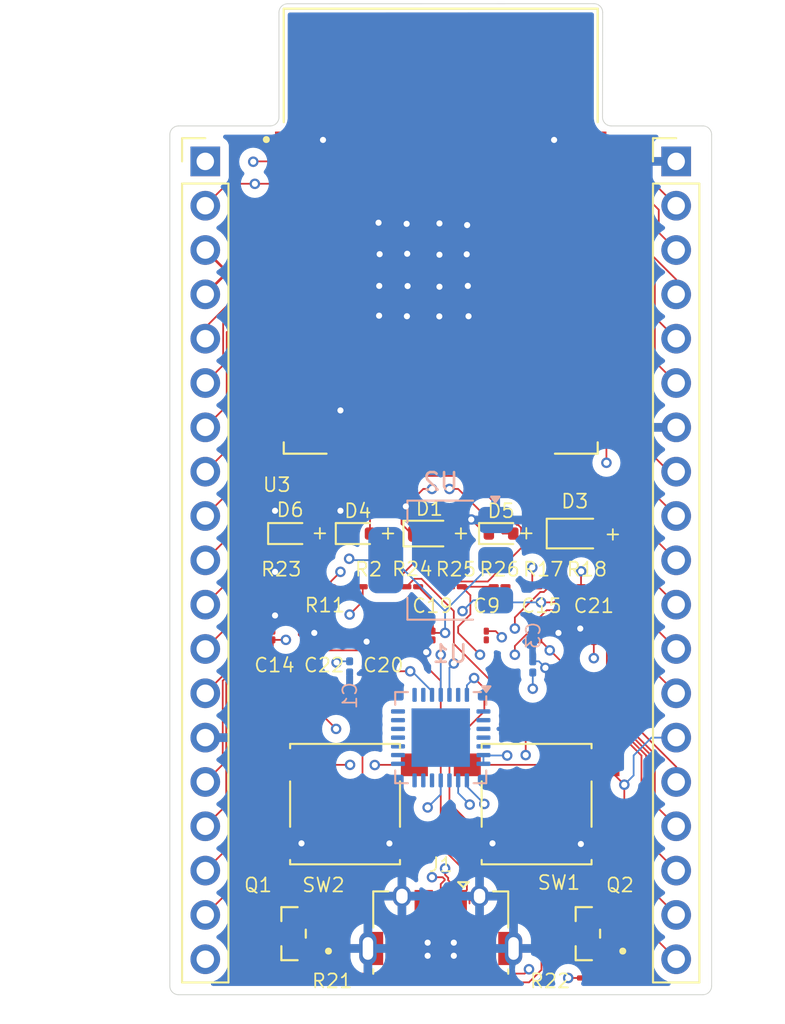
<source format=kicad_pcb>
(kicad_pcb (version 20240108) (generator "pcbnew") (generator_version "8.0")
  (title_block (title "${PROJECT_NAME}") (date "2024-09-11") (rev "1") (company "AllOkay Solutions"))
  (layers (0 "F.Cu" signal) (1 "In1.Cu" signal) (2 "In2.Cu" signal) (31 "B.Cu" signal) (34 "B.Paste" user) (35 "F.Paste" user) (36 "B.SilkS" user "B.Silkscreen") (37 "F.SilkS" user "F.Silkscreen") (38 "B.Mask" user) (39 "F.Mask" user) (44 "Edge.Cuts" user))
  (property "BOARD_VERSION" "0")
  (property "PROJECT_NAME" "ESP32 Clone DevKit")
  (net 0 "")
  (net 1 "EXT_5V")
  (net 2 "GND")
  (net 3 "VDD33")
  (net 4 "Net-(C9-Pad1)")
  (net 5 "/EN")
  (net 6 "/IO0")
  (net 7 "Net-(D1-A)")
  (net 8 "VBUS")
  (net 9 "/USB_DN")
  (net 10 "/USB_DP")
  (net 12 "/IO32")
  (net 13 "/IO34")
  (net 14 "/IO12")
  (net 15 "/IO14")
  (net 16 "/SENSOR_VN")
  (net 17 "/SD3")
  (net 18 "/IO26")
  (net 19 "/CMD")
  (net 20 "/IO33")
  (net 21 "/SENSOR_VP")
  (net 22 "/IO35")
  (net 23 "/IO13")
  (net 24 "/SD2")
  (net 25 "/IO27")
  (net 26 "/IO25")
  (net 27 "/IO21")
  (net 28 "/IO17")
  (net 29 "/SD0")
  (net 30 "/IO18")
  (net 31 "/SD1")
  (net 32 "/RXD0")
  (net 33 "/IO22")
  (net 34 "/IO19")
  (net 35 "/CLK")
  (net 36 "/TXD0")
  (net 37 "/IO15")
  (net 38 "/IO2")
  (net 39 "/IO4")
  (net 40 "/IO5")
  (net 41 "/IO16")
  (net 42 "/IO23")
  (net 43 "/RTS")
  (net 44 "Net-(Q1-Pad1)")
  (net 45 "/DTR")
  (net 46 "Net-(Q2-Pad1)")
  (net 47 "/RXD")
  (net 48 "/TXD")
  (net 49 "/ACTIVE")
  (net 50 "Net-(U1-~{RST})")
  (net 51 "Net-(U1-VBUS)")
  (footprint "Capacitor_SMD:C_01005_0402Metric" (layer "F.Cu") (at 123.931364 91.318 -90)
    (property "Reference" "C22")
    (property "Value" "0.1u/50V(10%)")
  )
  (footprint "Resistor_SMD:R_01005_0402Metric_Pad0.57x0.30mm_HandSolder" (layer "F.Cu") (at 128.867142 88.524 180)
    (property "Reference" "R24")
    (property "Value" "2K(5%)")
  )
  (footprint "Resistor_SMD:R_01005_0402Metric_Pad0.57x0.30mm_HandSolder" (layer "F.Cu") (at 136.378284 88.524)
    (property "Reference" "R17")
    (property "Value" "0R(5%)")
  )
  (footprint "LED_SMD:LED_0603_1608Metric" (layer "F.Cu") (at 129.8485 85.476)
    (property "Reference" "D1")
    (property "Value" "RED LED")
  )
  (footprint "Resistor_SMD:R_01005_0402Metric_Pad0.57x0.30mm_HandSolder" (layer "F.Cu") (at 122.059897 110.943 180)
    (property "Reference" "R21")
    (property "Value" "10K(5%)")
  )
  (footprint "Capacitor_SMD:C_01005_0402Metric" (layer "F.Cu") (at 136.172116 91.318 -90)
    (property "Reference" "C15")
    (property "Value" "0.1uF/50V(10%)(NC)")
  )
  (footprint "Resistor_SMD:R_01005_0402Metric_Pad0.57x0.30mm_HandSolder" (layer "F.Cu") (at 138.937 110.943)
    (property "Reference" "R22")
    (property "Value" "10K(5%)")
  )
  (footprint "Resistor_SMD:R_01005_0402Metric_Pad0.57x0.30mm_HandSolder" (layer "F.Cu") (at 123.859714 88.524)
    (property "Reference" "R11")
    (property "Value" "10K(5%)")
  )
  (footprint "#download:USB_Micro-AB_Molex_47590-0001" (layer "F.Cu") (at 130.5 109.252)
    (property "Reference" "J1")
    (property "Value" "USB CON8")
  )
  (footprint "Resistor_SMD:R_01005_0402Metric_Pad0.57x0.30mm_HandSolder" (layer "F.Cu") (at 133.87457 88.524)
    (property "Reference" "R26")
    (property "Value" "47.5K(5%)")
  )
  (footprint "Diode_SMD:D_SOD-323" (layer "F.Cu") (at 138.188 85.476)
    (property "Reference" "D3")
    (property "Value" "BAT760-7")
  )
  (footprint "Capacitor_SMD:C_01005_0402Metric" (layer "F.Cu") (at 133.111928 91.318 -90)
    (property "Reference" "C9")
    (property "Value" "0.1u/50V(10%)")
  )
  (footprint "#download:TRANS_MMSS8050-H-TP" (layer "F.Cu") (at 122.063 108.403 180)
    (property "Reference" "Q1")
    (property "Value" "MMSS8050-H-TP")
  )
  (footprint "Connector_PinHeader_2.54mm:PinHeader_1x19_P2.54mm_Vertical" (layer "F.Cu") (at 117 64.15)
    (property "Reference" "J2" (hide yes))
    (property "Value" "Conn_01x19_Pin")
  )
  (footprint "Resistor_SMD:R_01005_0402Metric_Pad0.57x0.30mm_HandSolder" (layer "F.Cu") (at 121.356 88.524)
    (property "Reference" "R23")
    (property "Value" "10K(5%)(NC)")
  )
  (footprint "#download:TRANS_MMSS8050-H-TP" (layer "F.Cu") (at 138.937 108.403 180)
    (property "Reference" "Q2")
    (property "Value" "MMSS8050-H-TP")
  )
  (footprint "Capacitor_SMD:C_01005_0402Metric" (layer "F.Cu") (at 126.991552 91.318 -90)
    (property "Reference" "C20")
    (property "Value" "4.7uF/6.3V(10%)")
  )
  (footprint "Resistor_SMD:R_01005_0402Metric_Pad0.57x0.30mm_HandSolder" (layer "F.Cu") (at 131.370856 88.524)
    (property "Reference" "R25")
    (property "Value" "22.1K(5%)")
  )
  (footprint "Diode_SMD:D_SOD-523" (layer "F.Cu") (at 133.95825 85.476)
    (property "Reference" "D5")
    (property "Value" "LESD5D5.0CT1G")
  )
  (footprint "#download:MODULE_ESP32-WROOM-32D" (layer "F.Cu") (at 130.5 68.15)
    (property "Reference" "U3")
    (property "Value" "ESP32-WROOM-32D")
  )
  (footprint "Resistor_SMD:R_01005_0402Metric_Pad0.57x0.30mm_HandSolder" (layer "F.Cu") (at 126.363428 88.524)
    (property "Reference" "R2")
    (property "Value" "2K(5%)")
  )
  (footprint "Diode_SMD:D_SOD-523" (layer "F.Cu") (at 121.864 85.476)
    (property "Reference" "D6")
    (property "Value" "LESD5D5.0CT1G")
  )
  (footprint "Diode_SMD:D_SOD-523" (layer "F.Cu") (at 125.74375 85.476)
    (property "Reference" "D4")
    (property "Value" "LESD5D5.0CT1G")
  )
  (footprint "#download:SW_SPST_B3S-1000" (layer "F.Cu") (at 125.014333 100.98 180)
    (property "Reference" "SW2")
    (property "Value" "SW_Push")
  )
  (footprint "Capacitor_SMD:C_0201_0603Metric" (layer "F.Cu") (at 139.282306 91.318 90)
    (property "Reference" "C21")
    (property "Value" "22u/10V(20%)")
  )
  (footprint "Capacitor_SMD:C_01005_0402Metric" (layer "F.Cu") (at 120.871176 91.318 -90)
    (property "Reference" "C14")
    (property "Value" "0.1uF/50V(10%)")
  )
  (footprint "Resistor_SMD:R_01005_0402Metric_Pad0.57x0.30mm_HandSolder" (layer "F.Cu") (at 138.882 88.524)
    (property "Reference" "R18")
    (property "Value" "0R(5%)")
  )
  (footprint "Capacitor_SMD:C_01005_0402Metric" (layer "F.Cu") (at 130.05174 91.318 -90)
    (property "Reference" "C19")
    (property "Value" "0.1uF/50V(10%)")
  )
  (footprint "Connector_PinHeader_2.54mm:PinHeader_1x19_P2.54mm_Vertical" (layer "F.Cu") (at 144 64.15)
    (property "Reference" "J3" (hide yes))
    (property "Value" "Conn_01x19_Pin")
  )
  (footprint "#download:SW_SPST_B3S-1000" (layer "F.Cu") (at 135.997556 100.98 180)
    (property "Reference" "SW1")
    (property "Value" "SW_Push")
  )
  (footprint "Package_TO_SOT_SMD:SOT-223-3_TabPin2" (layer "B.Cu") (at 130.5 87 180)
    (property "Reference" "U2")
    (property "Value" "AMS1117-3.3")
  )
  (footprint "Package_DFN_QFN:QFN-28-1EP_5x5mm_P0.5mm_EP3.35x3.35mm" (layer "B.Cu") (at 130.5 97.17 180)
    (property "Reference" "U1")
    (property "Value" "CP2102N-A01-GQFN28")
  )
  (footprint "Capacitor_SMD:C_0201_0603Metric" (layer "B.Cu") (at 135.776393 93.117267 90)
    (property "Reference" "C3")
    (property "Value" "22nF/10V(20%)")
  )
  (footprint "Capacitor_SMD:C_0201_0603Metric" (layer "B.Cu") (at 125.276393 93.117267 -90)
    (property "Reference" "C1")
    (property "Value" "22nF/10V(20%)")
  )
  (gr_arc (start 140.276393 62.117267) (mid 139.92284 61.97082) (end 139.776393 61.617267) (stroke (width 0.05)) (layer "Edge.Cuts"))
  (gr_arc (start 139.284542 55.111833) (mid 139.638095 55.25828) (end 139.784542 55.611833) (stroke (width 0.05)) (layer "Edge.Cuts"))
  (gr_line (start 121.224779 61.617267) (end 121.224779 55.617267) (stroke (width 0.05)) (layer "Edge.Cuts"))
  (gr_arc (start 121.224779 61.617267) (mid 121.078332 61.97082) (end 120.724779 62.117267) (stroke (width 0.05)) (layer "Edge.Cuts"))
  (gr_line (start 114.968 62.618) (end 114.968 111.402) (stroke (width 0.05)) (layer "Edge.Cuts"))
  (gr_line (start 139.776393 61.617267) (end 139.784542 55.611833) (stroke (width 0.05)) (layer "Edge.Cuts"))
  (gr_arc (start 145.532 62.118) (mid 145.885553 62.264447) (end 146.032 62.618) (stroke (width 0.05)) (layer "Edge.Cuts"))
  (gr_arc (start 121.224779 55.617267) (mid 121.371226 55.263714) (end 121.724779 55.117267) (stroke (width 0.05)) (layer "Edge.Cuts"))
  (gr_line (start 121.724779 55.117267) (end 139.284542 55.111833) (stroke (width 0.05)) (layer "Edge.Cuts"))
  (gr_line (start 145.532 62.118) (end 140.276393 62.117267) (stroke (width 0.05)) (layer "Edge.Cuts"))
  (gr_line (start 120.724779 62.117267) (end 115.468 62.118) (stroke (width 0.05)) (layer "Edge.Cuts"))
  (gr_arc (start 115.468 111.902) (mid 115.114447 111.755553) (end 114.968 111.402) (stroke (width 0.05)) (layer "Edge.Cuts"))
  (gr_line (start 146.032 111.402) (end 146.032 62.618) (stroke (width 0.05)) (layer "Edge.Cuts"))
  (gr_arc (start 114.968 62.618) (mid 115.114447 62.264447) (end 115.468 62.118) (stroke (width 0.05)) (layer "Edge.Cuts"))
  (gr_arc (start 146.032 111.402) (mid 145.885553 111.755553) (end 145.532 111.902) (stroke (width 0.05)) (layer "Edge.Cuts"))
  (gr_line (start 145.532 111.902) (end 115.468 111.902) (stroke (width 0.05)) (layer "Edge.Cuts"))
  (gr_text "+" (at 134.846788 85.870375 0) (layer "F.SilkS") (effects (font (size 0.8 0.8) (thickness 0.1)) (justify left bottom)))
  (gr_text "+" (at 139.806848 85.934553 0) (layer "F.SilkS") (effects (font (size 0.8 0.8) (thickness 0.1)) (justify left bottom)))
  (gr_text "+" (at 123.010489 85.870375 0) (layer "F.SilkS") (effects (font (size 0.8 0.8) (thickness 0.1)) (justify left bottom)))
  (gr_text "+" (at 131.096946 85.879543 0) (layer "F.SilkS") (effects (font (size 0.8 0.8) (thickness 0.1)) (justify left bottom)))
  (gr_text "+" (at 126.916192 85.879543 0) (layer "F.SilkS") (effects (font (size 0.8 0.8) (thickness 0.1)) (justify left bottom)))
  (segment (start 137 89.42) (end 137.5 88.92) (width 0.1) (layer "F.Cu") (net 1))
  (segment (start 137.5 88.92) (end 137.5 85.838) (width 0.1) (layer "F.Cu") (net 1))
  (segment (start 125.276393 90.117267) (end 126.025928 89.367732) (width 0.1) (layer "F.Cu") (net 1))
  (segment (start 126.025928 89.367732) (end 126.025928 88.524) (width 0.1) (layer "F.Cu") (net 1))
  (segment (start 137.5 85.838) (end 137.138 85.476) (width 0.1) (layer "F.Cu") (net 1))
  (segment (start 136.25 89.42) (end 137 89.42) (width 0.1) (layer "F.Cu") (net 1))
  (via (at 124.526393 92.867267) (size 0.6) (drill 0.35) (layers "F.Cu" "B.Cu") (net 1))
  (via (at 136.25 89.42) (size 0.6) (drill 0.35) (layers "F.Cu" "B.Cu") (net 1))
  (via (at 125.276393 90.117267) (size 0.6) (drill 0.35) (layers "F.Cu" "B.Cu") (net 1))
  (via (at 131.75 89.92) (size 0.6) (drill 0.35) (layers "F.Cu" "B.Cu") (net 1))
  (segment (start 132.37 89.3) (end 133.65 89.3) (width 0.1) (layer "B.Cu") (net 1))
  (segment (start 125.276393 92.797267) (end 124.596393 92.797267) (width 0.1) (layer "B.Cu") (net 1))
  (segment (start 131.75 89.92) (end 132.37 89.3) (width 0.1) (layer "B.Cu") (net 1))
  (segment (start 133.77 89.42) (end 133.65 89.3) (width 0.1) (layer "B.Cu") (net 1))
  (segment (start 136.25 89.42) (end 133.77 89.42) (width 0.1) (layer "B.Cu") (net 1))
  (segment (start 124.596393 92.797267) (end 124.526393 92.867267) (width 0.1) (layer "B.Cu") (net 1))
  (segment (start 138.81 103.23) (end 139.972556 103.23) (width 0.1) (layer "F.Cu") (net 2))
  (segment (start 133.4681 103.228602) (end 133.191398 103.228602) (width 0.1) (layer "F.Cu") (net 2))
  (segment (start 128.463312 73.023312) (end 127.665 72.225) (width 0.1) (layer "F.Cu") (net 2))
  (segment (start 132.25 84.67) (end 133.056 85.476) (width 0.1) (layer "F.Cu") (net 2))
  (segment (start 132.093893 72.983893) (end 131.335 72.225) (width 0.1) (layer "F.Cu") (net 2))
  (segment (start 128.56102 73.023312) (end 128.701688 73.023312) (width 0.1) (layer "F.Cu") (net 2))
  (segment (start 130.392363 71.332637) (end 129.5 72.225) (width 0.1) (layer "F.Cu") (net 2))
  (segment (start 130.427142 71.297858) (end 131.335 70.39) (width 0.1) (layer "F.Cu") (net 2))
  (segment (start 130.350935 67.704065) (end 129.5 68.555) (width 0.1) (layer "F.Cu") (net 2))
  (segment (start 132.093893 73.023312) (end 132.093893 72.983893) (width 0.1) (layer "F.Cu") (net 2))
  (segment (start 128.54507 67.72799) (end 128.49201 67.72799) (width 0.1) (layer "F.Cu") (net 2))
  (segment (start 122.190927 103.229073) (end 122.19 103.23) (width 0.1) (layer "F.Cu") (net 2))
  (segment (start 129.666258 91.953482) (end 130.05174 91.568) (width 0.1) (layer "F.Cu") (net 2))
  (segment (start 139.204306 90.92) (end 139.282306 90.998) (width 0.1) (layer "F.Cu") (net 2))
  (segment (start 132.014144 67.875856) (end 131.335 68.555) (width 0.1) (layer "F.Cu") (net 2))
  (segment (start 133.191398 103.228602) (end 133.19 103.23) (width 0.1) (layer "F.Cu") (net 2))
  (segment (start 132.054018 71.284788) (end 132.054018 71.109018) (width 0.1) (layer "F.Cu") (net 2))
  (segment (start 121.164 84.334) (end 121 84.17) (width 0.1) (layer "F.Cu") (net 2))
  (segment (start 128.57697 69.44259) (end 128.61241 69.44259) (width 0.1) (layer "F.Cu") (net 2))
  (segment (start 125.04375 85.476) (end 125.04375 84.46375) (width 0.1) (layer "F.Cu") (net 2))
  (segment (start 123.648 91.568) (end 123.931364 91.568) (width 0.1) (layer "F.Cu") (net 2))
  (segment (start 122.19 103.23) (end 121.039333 103.23) (width 0.1) (layer "F.Cu") (net 2))
  (segment (start 130.427142 69.482142) (end 129.5 68.555) (width 0.1) (layer "F.Cu") (net 2))
  (segment (start 128.600894 71.292762) (end 128.597238 71.292762) (width 0.1) (layer "F.Cu") (net 2))
  (segment (start 126.352 91.568) (end 126.25 91.67) (width 0.1) (layer "F.Cu") (net 2))
  (segment (start 130.419167 73.031287) (end 130.306287 73.031287) (width 0.1) (layer "F.Cu") (net 2))
  (segment (start 133.19 103.23) (end 132.022556 103.23) (width 0.1) (layer "F.Cu") (net 2))
  (segment (start 130.427142 69.462858) (end 131.335 68.555) (width 0.1) (layer "F.Cu") (net 2))
  (segment (start 128.600894 71.325894) (end 129.5 72.225) (width 0.1) (layer "F.Cu") (net 2))
  (segment (start 132.418 106.252) (end 132.15 106.52) (width 0.1) (layer "F.Cu") (net 2))
  (segment (start 123.72 62.89) (end 122 62.89) (width 0.1) (layer "F.Cu") (net 2))
  (segment (start 138.774182 103.265818) (end 138.81 103.23) (width 0.1) (layer "F.Cu") (net 2))
  (segment (start 137 62.92) (end 137.03 62.89) (width 0.1) (layer "F.Cu") (net 2))
  (segment (start 132.014144 67.799764) (end 132.014144 67.875856) (width 0.1) (layer "F.Cu") (net 2))
  (segment (start 130.427142 71.332637) (end 130.442637 71.332637) (width 0.1) (layer "F.Cu") (net 2))
  (segment (start 130.427142 67.704065) (end 130.350935 67.704065) (width 0.1) (layer "F.Cu") (net 2))
  (segment (start 128.57697 69.47803) (end 127.665 70.39) (width 0.1) (layer "F.Cu") (net 2))
  (segment (start 128.806 85.476) (end 129.061 85.476) (width 0.1) (layer "F.Cu") (net 2))
  (segment (start 128.600894 71.292762) (end 128.567762 71.292762) (width 0.1) (layer "F.Cu") (net 2))
  (segment (start 128.57697 69.44259) (end 128.57697 69.46697) (width 0.1) (layer "F.Cu") (net 2))
  (segment (start 128.55259 69.44259) (end 127.665 68.555) (width 0.1) (layer "F.Cu") (net 2))
  (segment (start 120.871176 91.068) (end 120.871176 90.298824) (width 0.1) (layer "F.Cu") (net 2))
  (segment (start 132.15 106.52) (end 132.15 106.67) (width 0.1) (layer "F.Cu") (net 2))
  (segment (start 128.600894 71.289106) (end 129.5 70.39) (width 0.1) (layer "F.Cu") (net 2))
  (segment (start 137.03 62.89) (end 139 62.89) (width 0.1) (layer "F.Cu") (net 2))
  (segment (start 130.442637 71.332637) (end 131.335 72.225) (width 0.1) (layer "F.Cu") (net 2))
  (segment (start 128.25 84.92) (end 128.806 85.476) (width 0.1) (layer "F.Cu") (net 2))
  (segment (start 128.600894 71.292762) (end 128.600894 71.325894) (width 0.1) (layer "F.Cu") (net 2))
  (segment (start 121 87.67) (end 121 87.8305) (width 0.1) (layer "F.Cu") (net 2))
  (segment (start 130.427142 67.704065) (end 130.484065 67.704065) (width 0.1) (layer "F.Cu") (net 2))
  (segment (start 121 87.8305) (end 121.6935 88.524) (width 0.1) (layer "F.Cu") (net 2))
  (segment (start 128.567762 71.292762) (end 127.665 70.39) (width 0.1) (layer "F.Cu") (net 2))
  (segment (start 131.990219 69.734781) (end 131.335 70.39) (width 0.1) (layer "F.Cu") (net 2))
  (segment (start 126.997943 69.466514) (end 126.997943 69.722943) (width 0.1) (layer "F.Cu") (net 2))
  (segment (start 121.164 85.476) (end 121.164 84.334) (width 0.1) (layer "F.Cu") (net 2))
  (segment (start 133.056 85.476) (end 133.25825 85.476) (width 0.1) (layer "F.Cu") (net 2))
  (segment (start 132.054018 71.284788) (end 132.054018 71.505982) (width 0.1) (layer "F.Cu") (net 2))
  (segment (start 129.666258 92.275609) (end 129.666258 91.953482) (width 0.1) (layer "F.Cu") (net 2))
  (segment (start 132.725 106.252) (end 132.418 106.252) (width 0.1) (layer "F.Cu") (net 2))
  (segment (start 130.427142 69.498414) (end 130.443414 69.498414) (width 0.1) (layer "F.Cu") (net 2))
  (segment (start 123.25 91.17) (end 123.648 91.568) (width 0.1) (layer "F.Cu") (net 2))
  (segment (start 132.054018 71.109018) (end 131.335 70.39) (width 0.1) (layer "F.Cu") (net 2))
  (segment (start 130.427142 71.332637) (end 130.392363 71.332637) (width 0.1) (layer "F.Cu") (net 2))
  (segment (start 130.427142 69.498414) (end 130.391586 69.498414) (width 0.1) (layer "F.Cu") (net 2))
  (segment (start 128.600894 71.292762) (end 128.600894 71.289106) (width 0.1) (layer "F.Cu") (net 2))
  (segment (start 127.806081 103.233919) (end 127.81 103.23) (width 0.1) (layer "F.Cu") (net 2))
  (segment (start 127.81 103.23) (end 128.989333 103.23) (width 0.1) (layer "F.Cu") (net 2))
  (segment (start 127.01183 91.568) (end 126.991552 91.568) (width 0.1) (layer "F.Cu") (net 2))
  (segment (start 128.25 84.17) (end 128.25 84.92) (width 0.1) (layer "F.Cu") (net 2))
  (segment (start 130.427142 69.498414) (end 130.427142 69.482142) (width 0.1) (layer "F.Cu") (net 2))
  (segment (start 128.701688 73.023312) (end 129.5 72.225) (width 0.1) (layer "F.Cu") (net 2))
  (segment (start 128.597238 71.292762) (end 127.665 72.225) (width 0.1) (layer "F.Cu") (net 2))
  (segment (start 138.5 90.92) (end 139.204306 90.92) (width 0.1) (layer "F.Cu") (net 2))
  (segment (start 130.419167 73.031287) (end 130.528713 73.031287) (width 0.1) (layer "F.Cu") (net 2))
  (segment (start 127.558602 103.233919) (end 127.806081 103.233919) (width 0.1) (layer "F.Cu") (net 2))
  (segment (start 126.966043 72.923957) (end 127.665 72.225) (width 0.1) (layer "F.Cu") (net 2))
  (segment (start 130.306287 73.031287) (end 129.5 72.225) (width 0.1) (layer "F.Cu") (net 2))
  (segment (start 130.528713 73.031287) (end 131.335 72.225) (width 0.1) (layer "F.Cu") (net 2))
  (segment (start 123.75 62.92) (end 123.72 62.89) (width 0.1) (layer "F.Cu") (net 2))
  (segment (start 126.997943 69.466514) (end 126.997943 69.222057) (width 0.1) (layer "F.Cu") (net 2))
  (segment (start 131.990219 69.474489) (end 131.990219 69.734781) (width 0.1) (layer "F.Cu") (net 2))
  (segment (start 125.04375 84.46375) (end 124.75 84.17) (width 0.1) (layer "F.Cu") (net 2))
  (segment (start 138.534809 103.265818) (end 138.774182 103.265818) (width 0.1) (layer "F.Cu") (net 2))
  (segment (start 132.054018 71.505982) (end 131.335 72.225) (width 0.1) (layer "F.Cu") (net 2))
  (segment (start 124.75 78.42) (end 124.785 78.455) (width 0.1) (layer "F.Cu") (net 2))
  (segment (start 130.484065 67.704065) (end 131.335 68.555) (width 0.1) (layer "F.Cu") (net 2))
  (segment (start 122.51654 103.229073) (end 122.190927 103.229073) (width 0.1) (layer "F.Cu") (net 2))
  (segment (start 126.974018 71.080982) (end 127.665 70.39) (width 0.1) (layer "F.Cu") (net 2))
  (segment (start 130.427142 71.332637) (end 130.427142 71.317142) (width 0.1) (layer "F.Cu") (net 2))
  (segment (start 126.974018 71.284788) (end 126.974018 71.080982) (width 0.1) (layer "F.Cu") (net 2))
  (segment (start 126.974018 71.284788) (end 126.974018 71.534018) (width 0.1) (layer "F.Cu") (net 2))
  (segment (start 126.997943 69.722943) (end 127.665 70.39) (width 0.1) (layer "F.Cu") (net 2))
  (segment (start 126.966043 72.991412) (end 126.966043 72.923957) (width 0.1) (layer "F.Cu") (net 2))
  (segment (start 130.443414 69.498414) (end 131.335 70.39) (width 0.1) (layer "F.Cu") (net 2))
  (segment (start 128.57697 69.46697) (end 129.5 70.39) (width 0.1) (layer "F.Cu") (net 2))
  (segment (start 126.934144 67.824144) (end 127.665 68.555) (width 0.1) (layer "F.Cu") (net 2))
  (segment (start 128.56102 73.023312) (end 128.463312 73.023312) (width 0.1) (layer "F.Cu") (net 2))
  (segment (start 126.997943 69.222057) (end 127.665 68.555) (width 0.1) (layer "F.Cu") (net 2))
  (segment (start 128.61241 69.44259) (end 129.5 68.555) (width 0.1) (layer "F.Cu") (net 2))
  (segment (start 130.427142 71.332637) (end 130.427142 71.297858) (width 0.1) (layer "F.Cu") (net 2))
  (segment (start 130.391586 69.498414) (end 129.5 70.39) (width 0.1) (layer "F.Cu") (net 2))
  (segment (start 136.172116 91.068) (end 137.148 91.068) (width 0.1) (layer "F.Cu") (net 2))
  (segment (start 129.37208 68.555) (end 129.5 68.555) (width 0.1) (layer "F.Cu") (net 2))
  (segment (start 130.427142 71.317142) (end 129.5 70.39) (width 0.1) (layer "F.Cu") (net 2))
  (segment (start 137.148 91.068) (end 137.25 91.17) (width 0.1) (layer "F.Cu") (net 2))
  (segment (start 130.427142 69.498414) (end 130.427142 69.462858) (width 0.1) (layer "F.Cu") (net 2))
  (segment (start 128.54507 67.72799) (end 129.37208 68.555) (width 0.1) (layer "F.Cu") (net 2))
  (segment (start 128.5 83.92) (end 128.25 84.17) (width 0.1) (layer "F.Cu") (net 2))
  (segment (start 126.934144 67.664191) (end 126.934144 67.824144) (width 0.1) (layer "F.Cu") (net 2))
  (segment (start 128.57697 69.44259) (end 128.55259 69.44259) (width 0.1) (layer "F.Cu") (net 2))
  (segment (start 124.785 78.455) (end 124.785 80.4) (width 0.1) (layer "F.Cu") (net 2))
  (segment (start 128.49201 67.72799) (end 127.665 68.555) (width 0.1) (layer "F.Cu") (net 2))
  (segment (start 126.991552 91.568) (end 126.352 91.568) (width 0.1) (layer "F.Cu") (net 2))
  (segment (start 120.871176 90.298824) (end 121 90.17) (width 0.1) (layer "F.Cu") (net 2))
  (segment (start 126.974018 71.534018) (end 127.665 72.225) (width 0.1) (layer "F.Cu") (net 2))
  (segment (start 128.57697 69.44259) (end 128.57697 69.47803) (width 0.1) (layer "F.Cu") (net 2))
  (via (at 121 84.17) (size 0.6) (drill 0.35) (layers "F.Cu" "B.Cu") (net 2))
  (via (at 123.25 91.17) (size 0.6) (drill 0.35) (layers "F.Cu" "B.Cu") (net 2))
  (via (at 137 62.92) (size 0.6) (drill 0.35) (layers "F.Cu" "B.Cu") (net 2))
  (via (at 131.25 108.92) (size 0.6) (drill 0.35) (layers "F.Cu" "B.Cu") (net 2))
  (via (at 121 87.67) (size 0.6) (drill 0.35) (layers "F.Cu" "B.Cu") (net 2))
  (via (at 133.4681 103.228602) (size 0.6) (drill 0.35) (layers "F.Cu" "B.Cu") (net 2))
  (via (at 124.75 84.17) (size 0.6) (drill 0.35) (layers "F.Cu" "B.Cu") (net 2))
  (via (at 131.25 109.67) (size 0.6) (drill 0.35) (layers "F.Cu" "B.Cu") (net 2))
  (via (at 126.934144 67.664191) (size 0.6) (drill 0.35) (layers "F.Cu" "B.Cu") (net 2))
  (via (at 121 90.17) (size 0.6) (drill 0.35) (layers "F.Cu" "B.Cu") (net 2))
  (via (at 136.5 93.17) (size 0.6) (drill 0.35) (layers "F.Cu" "B.Cu") (net 2))
  (via (at 131.990219 69.474489) (size 0.6) (drill 0.35) (layers "F.Cu" "B.Cu") (net 2))
  (via (at 123.75 62.92) (size 0.6) (drill 0.35) (layers "F.Cu" "B.Cu") (net 2))
  (via (at 130.419167 73.031287) (size 0.6) (drill 0.35) (layers "F.Cu" "B.Cu") (net 2))
  (via (at 137.25 91.17) (size 0.6) (drill 0.35) (layers "F.Cu" "B.Cu") (net 2))
  (via (at 126.966043 72.991412) (size 0.6) (drill 0.35) (layers "F.Cu" "B.Cu") (net 2))
  (via (at 129.666258 92.275609) (size 0.6) (drill 0.35) (layers "F.Cu" "B.Cu") (net 2))
  (via (at 128.54507 67.72799) (size 0.6) (drill 0.35) (layers "F.Cu" "B.Cu") (net 2))
  (via (at 124.75 78.42) (size 0.6) (drill 0.35) (layers "F.Cu" "B.Cu") (net 2))
  (via (at 128.57697 69.44259) (size 0.6) (drill 0.35) (layers "F.Cu" "B.Cu") (net 2))
  (via (at 132.25 84.67) (size 0.6) (drill 0.35) (layers "F.Cu" "B.Cu") (net 2))
  (via (at 132.054018 71.284788) (size 0.6) (drill 0.35) (layers "F.Cu" "B.Cu") (net 2))
  (via (at 127.558602 103.233919) (size 0.6) (drill 0.35) (layers "F.Cu" "B.Cu") (net 2))
  (via (at 132.014144 67.799764) (size 0.6) (drill 0.35) (layers "F.Cu" "B.Cu") (net 2))
  (via (at 129.75 109.67) (size 0.6) (drill 0.35) (layers "F.Cu" "B.Cu") (net 2))
  (via (at 138.534809 103.265818) (size 0.6) (drill 0.35) (layers "F.Cu" "B.Cu") (net 2))
  (via (at 130.427142 71.332637) (size 0.6) (drill 0.35) (layers "F.Cu" "B.Cu") (net 2))
  (via (at 126.974018 71.284788) (size 0.6) (drill 0.35) (layers "F.Cu" "B.Cu") (net 2))
  (via (at 126.997943 69.466514) (size 0.6) (drill 0.35) (layers "F.Cu" "B.Cu") (net 2))
  (via (at 128.56102 73.023312) (size 0.6) (drill 0.35) (layers "F.Cu" "B.Cu") (net 2))
  (via (at 128.600894 71.292762) (size 0.6) (drill 0.35) (layers "F.Cu" "B.Cu") (net 2))
  (via (at 130.427142 67.704065) (size 0.6) (drill 0.35) (layers "F.Cu" "B.Cu") (net 2))
  (via (at 126.25 91.67) (size 0.6) (drill 0.35) (layers "F.Cu" "B.Cu") (net 2))
  (via (at 138.5 90.92) (size 0.6) (drill 0.35) (layers "F.Cu" "B.Cu") (net 2))
  (via (at 132.093893 73.023312) (size 0.6) (drill 0.35) (layers "F.Cu" "B.Cu") (net 2))
  (via (at 130.427142 69.498414) (size 0.6) (drill 0.35) (layers "F.Cu" "B.Cu") (net 2))
  (via (at 129.75 108.92) (size 0.6) (drill 0.35) (layers "F.Cu" "B.Cu") (net 2))
  (via (at 128.5 83.92) (size 0.6) (drill 0.35) (layers "F.Cu" "B.Cu") (net 2))
  (via (at 122.51654 103.229073) (size 0.6) (drill 0.35) (layers "F.Cu" "B.Cu") (net 2))
  (segment (start 135.776393 92.797267) (end 136.127267 92.797267) (width 0.1) (layer "B.Cu") (net 2))
  (segment (start 136.127267 92.797267) (end 136.5 93.17) (width 0.1) (layer "B.Cu") (net 2))
  (segment (start 123.931364 91.068) (end 126.991552 91.068) (width 0.1) (layer "F.Cu") (net 3))
  (segment (start 130.05174 89.371098) (end 129.204642 88.524) (width 0.1) (layer "F.Cu") (net 3))
  (segment (start 139.276393 92.617267) (end 139.276393 91.643913) (width 0.1) (layer "F.Cu") (net 3))
  (segment (start 123.55174 88.553526) (end 123.522214 88.524) (width 0.1) (layer "F.Cu") (net 3))
  (segment (start 119.77 64.15) (end 119.75 64.17) (width 0.1) (layer "F.Cu") (net 3))
  (segment (start 123.55174 90.688376) (end 123.55174 88.553526) (width 0.1) (layer "F.Cu") (net 3))
  (segment (start 130.05174 91.068) (end 130.05174 89.371098) (width 0.1) (layer "F.Cu") (net 3))
  (segment (start 126.991552 91.068) (end 130.05174 91.068) (width 0.1) (layer "F.Cu") (net 3))
  (segment (start 122 64.16) (end 121.99 64.15) (width 0.1) (layer "F.Cu") (net 3))
  (segment (start 130.15374 91.17) (end 130.05174 91.068) (width 0.1) (layer "F.Cu") (net 3))
  (segment (start 121.99 64.15) (end 119.77 64.15) (width 0.1) (layer "F.Cu") (net 3))
  (segment (start 139.276393 91.643913) (end 139.282306 91.638) (width 0.1) (layer "F.Cu") (net 3))
  (segment (start 123.931364 91.068) (end 123.55174 90.688376) (width 0.1) (layer "F.Cu") (net 3))
  (segment (start 130.75 91.17) (end 130.15374 91.17) (width 0.1) (layer "F.Cu") (net 3))
  (via (at 135.776393 94.367267) (size 0.6) (drill 0.35) (layers "F.Cu" "B.Cu") (net 3))
  (via (at 130.75 91.17) (size 0.6) (drill 0.35) (layers "F.Cu" "B.Cu") (net 3))
  (via (at 119.75 64.17) (size 0.6) (drill 0.35) (layers "F.Cu" "B.Cu") (net 3))
  (via (at 134.309897 98.193) (size 0.6) (drill 0.35) (layers "F.Cu" "B.Cu") (net 3))
  (via (at 125.25 86.92) (size 0.6) (drill 0.35) (layers "F.Cu" "B.Cu") (net 3))
  (via (at 139.276393 92.617267) (size 0.6) (drill 0.35) (layers "F.Cu" "B.Cu") (net 3))
  (segment (start 127.83 87) (end 127.35 87) (width 0.1) (layer "B.Cu") (net 3))
  (segment (start 125.33 87) (end 125.25 86.92) (width 0.1) (layer "B.Cu") (net 3))
  (segment (start 134.309897 98.193) (end 134.059897 98.193) (width 0.1) (layer "B.Cu") (net 3))
  (segment (start 132.95 98.193) (end 134.309897 98.193) (width 0.1) (layer "B.Cu") (net 3))
  (segment (start 132.95 98.67) (end 132.95 98.193) (width 0.1) (layer "B.Cu") (net 3))
  (segment (start 135.776393 94.367267) (end 135.776393 93.437267) (width 0.1) (layer "B.Cu") (net 3))
  (segment (start 130.75 89.873607) (end 130.776393 89.873607) (width 0.1) (layer "B.Cu") (net 3))
  (segment (start 127.35 87) (end 125.33 87) (width 0.1) (layer "B.Cu") (net 3))
  (segment (start 130.776393 89.873607) (end 133.65 87) (width 0.1) (layer "B.Cu") (net 3))
  (segment (start 130.703607 89.873607) (end 127.83 87) (width 0.1) (layer "B.Cu") (net 3))
  (segment (start 130.75 91.17) (end 130.75 89.873607) (width 0.1) (layer "B.Cu") (net 3))
  (segment (start 130.75 89.873607) (end 130.703607 89.873607) (width 0.1) (layer "B.Cu") (net 3))
  (segment (start 124.75 87.67) (end 124.197214 88.222786) (width 0.1) (layer "F.Cu") (net 4))
  (segment (start 124.197214 88.222786) (end 124.197214 88.524) (width 0.1) (layer "F.Cu") (net 4))
  (segment (start 133.111928 91.068) (end 133.648 91.068) (width 0.1) (layer "F.Cu") (net 4))
  (segment (start 133.648 91.068) (end 134 91.42) (width 0.1) (layer "F.Cu") (net 4))
  (via (at 124.75 87.67) (size 0.6) (drill 0.35) (layers "F.Cu" "B.Cu") (net 4))
  (via (at 134 91.42) (size 0.6) (drill 0.35) (layers "F.Cu" "B.Cu") (net 4))
  (segment (start 119.842416 65.436241) (end 119.848657 65.43) (width 0.1) (layer "F.Cu") (net 5))
  (segment (start 120.026393 99.74294) (end 121.039333 98.73) (width 0.1) (layer "F.Cu") (net 5))
  (segment (start 121.039333 92.486157) (end 120.871176 92.318) (width 0.1) (layer "F.Cu") (net 5))
  (segment (start 120.871176 91.568) (end 121.621176 91.568) (width 0.1) (layer "F.Cu") (net 5))
  (segment (start 121.039333 98.73) (end 121.039333 92.486157) (width 0.1) (layer "F.Cu") (net 5))
  (segment (start 125.30174 98.73) (end 121.039333 98.73) (width 0.1) (layer "F.Cu") (net 5))
  (segment (start 117 66.69) (end 118.26 65.43) (width 0.1) (layer "F.Cu") (net 5))
  (segment (start 120.026393 107.366393) (end 120.026393 99.74294) (width 0.1) (layer "F.Cu") (net 5))
  (segment (start 119.848657 65.43) (end 122 65.43) (width 0.1) (layer "F.Cu") (net 5))
  (segment (start 126.718341 98.740887) (end 126.729228 98.73) (width 0.1) (layer "F.Cu") (net 5))
  (segment (start 119.836175 65.43) (end 119.842416 65.436241) (width 0.1) (layer "F.Cu") (net 5))
  (segment (start 126.729228 98.73) (end 128.989333 98.73) (width 0.1) (layer "F.Cu") (net 5))
  (segment (start 120.871176 92.318) (end 120.871176 91.568) (width 0.1) (layer "F.Cu") (net 5))
  (segment (start 118.26 65.43) (end 119.836175 65.43) (width 0.1) (layer "F.Cu") (net 5))
  (segment (start 121.063 108.403) (end 120.026393 107.366393) (width 0.1) (layer "F.Cu") (net 5))
  (via (at 125.30174 98.73) (size 0.6) (drill 0.35) (layers "F.Cu" "B.Cu") (net 5))
  (via (at 126.718341 98.740887) (size 0.6) (drill 0.35) (layers "F.Cu" "B.Cu") (net 5))
  (via (at 119.842416 65.436241) (size 0.6) (drill 0.35) (layers "F.Cu" "B.Cu") (net 5))
  (via (at 121.621176 91.568) (size 0.6) (drill 0.35) (layers "F.Cu" "B.Cu") (net 5))
  (segment (start 137.937 108.403) (end 140.74066 108.403) (width 0.1) (layer "F.Cu") (net 6))
  (segment (start 139.972556 98.73) (end 132.022556 98.73) (width 0.1) (layer "F.Cu") (net 6))
  (segment (start 137.776393 96.367267) (end 137.776393 93.172277) (width 0.1) (layer "F.Cu") (net 6))
  (segment (start 136.774116 92.17) (end 136.75 92.17) (width 0.1) (layer "F.Cu") (net 6))
  (segment (start 140 80.4) (end 139 79.4) (width 0.1) (layer "F.Cu") (net 6))
  (segment (start 136.75 92.17) (end 136.75 92.145884) (width 0.1) (layer "F.Cu") (net 6))
  (segment (start 136.75 92.145884) (end 136.172116 91.568) (width 0.1) (layer "F.Cu") (net 6))
  (segment (start 140.74066 108.403) (end 141.026393 108.117267) (width 0.1) (layer "F.Cu") (net 6))
  (segment (start 140 81.42) (end 140 80.4) (width 0.1) (layer "F.Cu") (net 6))
  (segment (start 139.972556 98.73) (end 139.972556 98.56343) (width 0.1) (layer "F.Cu") (net 6))
  (segment (start 137.776393 93.172277) (end 136.774116 92.17) (width 0.1) (layer "F.Cu") (net 6))
  (segment (start 141.026393 99.867267) (end 139.972556 98.81343) (width 0.1) (layer "F.Cu") (net 6))
  (segment (start 139.972556 98.81343) (end 139.972556 98.73) (width 0.1) (layer "F.Cu") (net 6))
  (segment (start 141.026393 108.117267) (end 141.026393 99.867267) (width 0.1) (layer "F.Cu") (net 6))
  (segment (start 139.972556 98.56343) (end 137.776393 96.367267) (width 0.1) (layer "F.Cu") (net 6))
  (via (at 136.75 92.17) (size 0.6) (drill 0.35) (layers "F.Cu" "B.Cu") (net 6))
  (via (at 140 81.42) (size 0.6) (drill 0.35) (layers "F.Cu" "B.Cu") (net 6))
  (via (at 141.026393 99.867267) (size 0.6) (drill 0.35) (layers "F.Cu" "B.Cu") (net 6))
  (segment (start 142.582897 97.17) (end 144 97.17) (width 0.1) (layer "B.Cu") (net 6))
  (segment (start 141.559897 98.193) (end 142.582897 97.17) (width 0.1) (layer "B.Cu") (net 6))
  (segment (start 141.559897 99.333763) (end 141.559897 98.193) (width 0.1) (layer "B.Cu") (net 6))
  (segment (start 141.026393 99.867267) (end 141.559897 99.333763) (width 0.1) (layer "B.Cu") (net 6))
  (segment (start 127.588 88.524) (end 130.636 85.476) (width 0.1) (layer "F.Cu") (net 7))
  (segment (start 126.700928 88.524) (end 127.588 88.524) (width 0.1) (layer "F.Cu") (net 7))
  (segment (start 125.372733 82.667267) (end 122.564 85.476) (width 0.1) (layer "F.Cu") (net 8))
  (segment (start 133.152733 83.267267) (end 134.861466 84.976) (width 0.1) (layer "F.Cu") (net 8))
  (segment (start 122.564 91.201158) (end 122.564 85.476) (width 0.1) (layer "F.Cu") (net 8))
  (segment (start 139.238 85.476) (end 137.029267 83.267267) (width 0.1) (layer "F.Cu") (net 8))
  (segment (start 133.169424 83.267267) (end 133.152733 83.267267) (width 0.1) (layer "F.Cu") (net 8))
  (segment (start 135.444 85.976) (end 133.196 88.224) (width 0.1) (layer "F.Cu") (net 8))
  (segment (start 135.10825 85.80442) (end 134.93667 85.976) (width 0.1) (layer "F.Cu") (net 8))
  (segment (start 131.8 106.47) (end 131.75 106.42) (width 0.1) (layer "F.Cu") (net 8))
  (segment (start 131.8 106.102) (end 132 105.902) (width 0.1) (layer "F.Cu") (net 8))
  (segment (start 128.430576 82.667267) (end 125.372733 82.667267) (width 0.1) (layer "F.Cu") (net 8))
  (segment (start 123.532842 92.17) (end 122.564 91.201158) (width 0.1) (layer "F.Cu") (net 8))
  (segment (start 134.861466 84.976) (end 134.93667 84.976) (width 0.1) (layer "F.Cu") (net 8))
  (segment (start 137.029267 83.267267) (end 133.169424 83.267267) (width 0.1) (layer "F.Cu") (net 8))
  (segment (start 133.169424 83.267267) (end 132.072157 82.17) (width 0.1) (layer "F.Cu") (net 8))
  (segment (start 130.5 93.92) (end 128.75 92.17) (width 0.1) (layer "F.Cu") (net 8))
  (segment (start 132 105.902) (end 132 104.92) (width 0.1) (layer "F.Cu") (net 8))
  (segment (start 133.196 88.224) (end 131.333356 88.224) (width 0.1) (layer "F.Cu") (net 8))
  (segment (start 131.8 106.577) (end 131.8 106.102) (width 0.1) (layer "F.Cu") (net 8))
  (segment (start 134.93667 84.976) (end 135.10825 85.14758) (width 0.1) (layer "F.Cu") (net 8))
  (segment (start 131.333356 88.224) (end 131.033356 88.524) (width 0.1) (layer "F.Cu") (net 8))
  (segment (start 134.93667 85.976) (end 135.444 85.976) (width 0.1) (layer "F.Cu") (net 8))
  (segment (start 128.75 92.17) (end 123.532842 92.17) (width 0.1) (layer "F.Cu") (net 8))
  (segment (start 132.072157 82.17) (end 128.927843 82.17) (width 0.1) (layer "F.Cu") (net 8))
  (segment (start 132 104.92) (end 130.5 103.42) (width 0.1) (layer "F.Cu") (net 8))
  (segment (start 135.10825 85.14758) (end 135.10825 85.80442) (width 0.1) (layer "F.Cu") (net 8))
  (segment (start 128.927843 82.17) (end 128.430576 82.667267) (width 0.1) (layer "F.Cu") (net 8))
  (segment (start 130.5 103.42) (end 130.5 93.92) (width 0.1) (layer "F.Cu") (net 8))
  (segment (start 129.5 82.92) (end 129 83.42) (width 0.1) (layer "F.Cu") (net 9))
  (segment (start 130.725 105.339499) (end 130.725 105.286422) (width 0.1) (layer "F.Cu") (net 9))
  (segment (start 130.5 105.564499) (end 130.725 105.339499) (width 0.1) (layer "F.Cu") (net 9))
  (segment (start 130.5 106.577) (end 130.5 105.564499) (width 0.1) (layer "F.Cu") (net 9))
  (segment (start 129 83.42) (end 127.25 83.42) (width 0.1) (layer "F.Cu") (net 9))
  (segment (start 126.44375 84.22625) (end 126.44375 85.476) (width 0.1) (layer "F.Cu") (net 9))
  (segment (start 130.608578 105.17) (end 130 105.17) (width 0.1) (layer "F.Cu") (net 9))
  (segment (start 130 82.92) (end 129.5 82.92) (width 0.1) (layer "F.Cu") (net 9))
  (segment (start 130.725 105.286422) (end 130.608578 105.17) (width 0.1) (layer "F.Cu") (net 9))
  (segment (start 127.25 83.42) (end 126.44375 84.22625) (width 0.1) (layer "F.Cu") (net 9))
  (via (at 130 82.92) (size 0.6) (drill 0.35) (layers "F.Cu" "B.Cu") (net 9))
  (via (at 130 105.17) (size 0.6) (drill 0.35) (layers "F.Cu" "B.Cu") (net 9))
  (segment (start 131.5 82.92) (end 134.056 85.476) (width 0.1) (layer "F.Cu") (net 10))
  (segment (start 131.15 106.577) (end 131.15 105.564499) (width 0.1) (layer "F.Cu") (net 10))
  (segment (start 130.75 105.028578) (end 130.75 104.67) (width 0.1) (layer "F.Cu") (net 10))
  (segment (start 131 82.92) (end 131.5 82.92) (width 0.1) (layer "F.Cu") (net 10))
  (segment (start 130.925 105.339499) (end 130.925 105.203578) (width 0.1) (layer "F.Cu") (net 10))
  (segment (start 134.056 85.476) (end 134.65825 85.476) (width 0.1) (layer "F.Cu") (net 10))
  (segment (start 131.15 105.564499) (end 130.925 105.339499) (width 0.1) (layer "F.Cu") (net 10))
  (segment (start 130.925 105.203578) (end 130.75 105.028578) (width 0.1) (layer "F.Cu") (net 10))
  (via (at 131 82.92) (size 0.6) (drill 0.35) (layers "F.Cu" "B.Cu") (net 10))
  (via (at 130.75 104.67) (size 0.6) (drill 0.35) (layers "F.Cu" "B.Cu") (net 10))
  (segment (start 117 79.39) (end 118.226393 78.163607) (width 0.1) (layer "F.Cu") (net 12))
  (segment (start 120.39 71.78) (end 122 71.78) (width 0.1) (layer "F.Cu") (net 12))
  (segment (start 118.226393 78.163607) (end 118.226393 73.943607) (width 0.1) (layer "F.Cu") (net 12))
  (segment (start 118.226393 73.943607) (end 120.39 71.78) (width 0.1) (layer "F.Cu") (net 12))
  (segment (start 117 73.67) (end 121.43 69.24) (width 0.1) (layer "F.Cu") (net 13))
  (segment (start 117 74.31) (end 117 73.67) (width 0.1) (layer "F.Cu") (net 13))
  (segment (start 121.43 69.24) (end 122 69.24) (width 0.1) (layer "F.Cu") (net 13))
  (segment (start 119.526393 92.103607) (end 119.526393 81.873607) (width 0.1) (layer "F.Cu") (net 14))
  (segment (start 119.526393 81.873607) (end 122 79.4) (width 0.1) (layer "F.Cu") (net 14))
  (segment (start 117 94.63) (end 119.526393 92.103607) (width 0.1) (layer "F.Cu") (net 14))
  (segment (start 119.276393 80.303607) (end 121.45 78.13) (width 0.1) (layer "F.Cu") (net 15))
  (segment (start 117 92.09) (end 119.276393 89.813607) (width 0.1) (layer "F.Cu") (net 15))
  (segment (start 119.276393 89.813607) (end 119.276393 80.303607) (width 0.1) (layer "F.Cu") (net 15))
  (segment (start 121.45 78.13) (end 122 78.13) (width 0.1) (layer "F.Cu") (net 15))
  (segment (start 118.565686 70.7) (end 121.295686 67.97) (width 0.15) (layer "F.Cu") (net 16))
  (segment (start 121.295686 67.97) (end 122 67.97) (width 0.15) (layer "F.Cu") (net 16))
  (segment (start 118.07 70.7) (end 118.565686 70.7) (width 0.15) (layer "F.Cu") (net 16))
  (segment (start 117 71.77) (end 118.07 70.7) (width 0.15) (layer "F.Cu") (net 16))
  (segment (start 118.4 103.39) (end 118.4 94.078527) (width 0.1) (layer "F.Cu") (net 17))
  (segment (start 121.192077 82.267267) (end 127.277733 82.267267) (width 0.1) (layer "F.Cu") (net 17))
  (segment (start 127.277733 82.267267) (end 128.595 80.95) (width 0.1) (layer "F.Cu") (net 17))
  (segment (start 120.226393 92.252134) (end 120.226393 83.232951) (width 0.1) (layer "F.Cu") (net 17))
  (segment (start 117 104.79) (end 118.4 103.39) (width 0.1) (layer "F.Cu") (net 17))
  (segment (start 118.4 94.078527) (end 120.226393 92.252134) (width 0.1) (layer "F.Cu") (net 17))
  (segment (start 120.226393 83.232951) (end 121.192077 82.267267) (width 0.1) (layer "F.Cu") (net 17))
  (segment (start 128.595 80.95) (end 128.595 80.4) (width 0.1) (layer "F.Cu") (net 17))
  (segment (start 117 87.01) (end 118.826393 85.183607) (width 0.1) (layer "F.Cu") (net 18))
  (segment (start 120.30366 75.59) (end 122 75.59) (width 0.1) (layer "F.Cu") (net 18))
  (segment (start 118.826393 77.067267) (end 120.30366 75.59) (width 0.1) (layer "F.Cu") (net 18))
  (segment (start 118.826393 85.183607) (end 118.826393 77.067267) (width 0.1) (layer "F.Cu") (net 18))
  (segment (start 121.274919 82.467267) (end 128.347733 82.467267) (width 0.1) (layer "F.Cu") (net 19))
  (segment (start 120.426393 83.315793) (end 121.274919 82.467267) (width 0.1) (layer "F.Cu") (net 19))
  (segment (start 117 107.33) (end 118.6 105.73) (width 0.1) (layer "F.Cu") (net 19))
  (segment (start 118.6 94.161369) (end 120.426393 92.334976) (width 0.1) (layer "F.Cu") (net 19))
  (segment (start 120.426393 92.334976) (end 120.426393 83.315793) (width 0.1) (layer "F.Cu") (net 19))
  (segment (start 118.6 105.73) (end 118.6 94.161369) (width 0.1) (layer "F.Cu") (net 19))
  (segment (start 128.347733 82.467267) (end 129.865 80.95) (width 0.1) (layer "F.Cu") (net 19))
  (segment (start 129.865 80.95) (end 129.865 80.4) (width 0.1) (layer "F.Cu") (net 19))
  (segment (start 118.426393 74.743607) (end 120.12 73.05) (width 0.1) (layer "F.Cu") (net 20))
  (segment (start 117 81.93) (end 118.426393 80.503607) (width 0.1) (layer "F.Cu") (net 20))
  (segment (start 118.426393 80.503607) (end 118.426393 74.743607) (width 0.1) (layer "F.Cu") (net 20))
  (segment (start 120.12 73.05) (end 122 73.05) (width 0.1) (layer "F.Cu") (net 20))
  (segment (start 118.4 70.3) (end 120.825 67.875) (width 0.15) (layer "F.Cu") (net 21))
  (segment (start 118.07 70.3) (end 118.4 70.3) (width 0.15) (layer "F.Cu") (net 21))
  (segment (start 120.825 67.345) (end 121.355 67.345) (width 0.15) (layer "F.Cu") (net 21))
  (segment (start 120.825 67.875) (end 120.825 67.345) (width 0.15) (layer "F.Cu") (net 21))
  (segment (start 117 69.23) (end 118.07 70.3) (width 0.15) (layer "F.Cu") (net 21))
  (segment (start 121.355 67.345) (end 122 66.7) (width 0.15) (layer "F.Cu") (net 21))
  (segment (start 118.026393 73.393607) (end 120.91 70.51) (width 0.1) (layer "F.Cu") (net 22))
  (segment (start 120.91 70.51) (end 122 70.51) (width 0.1) (layer "F.Cu") (net 22))
  (segment (start 118.026393 75.823607) (end 118.026393 73.393607) (width 0.1) (layer "F.Cu") (net 22))
  (segment (start 117 76.85) (end 118.026393 75.823607) (width 0.1) (layer "F.Cu") (net 22))
  (segment (start 117 99.71) (end 118 98.71) (width 0.1) (layer "F.Cu") (net 23))
  (segment (start 121.026393 81.867267) (end 125.026393 81.867267) (width 0.1) (layer "F.Cu") (net 23))
  (segment (start 125.026393 81.867267) (end 126.055 80.83866) (width 0.1) (layer "F.Cu") (net 23))
  (segment (start 126.055 80.83866) (end 126.055 80.4) (width 0.1) (layer "F.Cu") (net 23))
  (segment (start 119.776393 83.117267) (end 121.026393 81.867267) (width 0.1) (layer "F.Cu") (net 23))
  (segment (start 118 93.912842) (end 119.776393 92.136449) (width 0.1) (layer "F.Cu") (net 23))
  (segment (start 119.776393 92.136449) (end 119.776393 83.117267) (width 0.1) (layer "F.Cu") (net 23))
  (segment (start 118 98.71) (end 118 93.912842) (width 0.1) (layer "F.Cu") (net 23))
  (segment (start 117 102.25) (end 118.2 101.05) (width 0.1) (layer "F.Cu") (net 24))
  (segment (start 118.2 93.995685) (end 120.026393 92.169292) (width 0.1) (layer "F.Cu") (net 24))
  (segment (start 120.026393 92.169292) (end 120.026393 83.150109) (width 0.1) (layer "F.Cu") (net 24))
  (segment (start 120.026393 83.150109) (end 121.109235 82.067267) (width 0.1) (layer "F.Cu") (net 24))
  (segment (start 126.207733 82.067267) (end 127.325 80.95) (width 0.1) (layer "F.Cu") (net 24))
  (segment (start 127.325 80.95) (end 127.325 80.4) (width 0.1) (layer "F.Cu") (net 24))
  (segment (start 118.2 101.05) (end 118.2 93.995685) (width 0.1) (layer "F.Cu") (net 24))
  (segment (start 121.109235 82.067267) (end 126.207733 82.067267) (width 0.1) (layer "F.Cu") (net 24))
  (segment (start 120.78366 76.86) (end 122 76.86) (width 0.1) (layer "F.Cu") (net 25))
  (segment (start 119.026393 78.617267) (end 120.78366 76.86) (width 0.1) (layer "F.Cu") (net 25))
  (segment (start 117 89.55) (end 119.026393 87.523607) (width 0.1) (layer "F.Cu") (net 25))
  (segment (start 119.026393 87.523607) (end 119.026393 78.617267) (width 0.1) (layer "F.Cu") (net 25))
  (segment (start 117 84.47) (end 118.626393 82.843607) (width 0.1) (layer "F.Cu") (net 26))
  (segment (start 120.07366 74.32) (end 122 74.32) (width 0.1) (layer "F.Cu") (net 26))
  (segment (start 118.626393 82.843607) (end 118.626393 75.767267) (width 0.1) (layer "F.Cu") (net 26))
  (segment (start 118.626393 75.767267) (end 120.07366 74.32) (width 0.1) (layer "F.Cu") (net 26))
  (segment (start 142.776393 75.626393) (end 142.776393 73.369235) (width 0.1) (layer "F.Cu") (net 27))
  (segment (start 142.526393 73.119235) (end 142.526393 71.446393) (width 0.1) (layer "F.Cu") (net 27))
  (segment (start 144 76.85) (end 142.776393 75.626393) (width 0.1) (layer "F.Cu") (net 27))
  (segment (start 142.776393 73.369235) (end 142.526393 73.119235) (width 0.1) (layer "F.Cu") (net 27))
  (segment (start 142.526393 71.446393) (end 140.32 69.24) (width 0.1) (layer "F.Cu") (net 27))
  (segment (start 140.32 69.24) (end 139 69.24) (width 0.1) (layer "F.Cu") (net 27))
  (segment (start 141.776393 76.867267) (end 140.499126 75.59) (width 0.1) (layer "F.Cu") (net 28))
  (segment (start 144 89.55) (end 141.776393 87.326393) (width 0.1) (layer "F.Cu") (net 28))
  (segment (start 141.776393 87.326393) (end 141.776393 76.867267) (width 0.1) (layer "F.Cu") (net 28))
  (segment (start 140.499126 75.59) (end 139 75.59) (width 0.1) (layer "F.Cu") (net 28))
  (segment (start 140.276393 96.182951) (end 140.276393 83.715793) (width 0.1) (layer "F.Cu") (net 29))
  (segment (start 134.272267 82.817267) (end 132.405 80.95) (width 0.1) (layer "F.Cu") (net 29))
  (segment (start 135.226393 82.817267) (end 134.272267 82.817267) (width 0.1) (layer "F.Cu") (net 29))
  (segment (start 132.405 80.95) (end 132.405 80.4) (width 0.1) (layer "F.Cu") (net 29))
  (segment (start 135.276393 82.867267) (end 135.226393 82.817267) (width 0.1) (layer "F.Cu") (net 29))
  (segment (start 142.276393 98.182951) (end 140.276393 96.182951) (width 0.1) (layer "F.Cu") (net 29))
  (segment (start 139.427867 82.867267) (end 135.276393 82.867267) (width 0.1) (layer "F.Cu") (net 29))
  (segment (start 144 107.33) (end 142.276393 105.606393) (width 0.1) (layer "F.Cu") (net 29))
  (segment (start 142.276393 105.606393) (end 142.276393 98.182951) (width 0.1) (layer "F.Cu") (net 29))
  (segment (start 140.276393 83.715793) (end 139.427867 82.867267) (width 0.1) (layer "F.Cu") (net 29))
  (segment (start 144 84.47) (end 142.326393 82.796393) (width 0.1) (layer "F.Cu") (net 30))
  (segment (start 142.326393 82.796393) (end 142.326393 73.667267) (width 0.1) (layer "F.Cu") (net 30))
  (segment (start 142.326393 73.667267) (end 141.709126 73.05) (width 0.1) (layer "F.Cu") (net 30))
  (segment (start 141.709126 73.05) (end 139 73.05) (width 0.1) (layer "F.Cu") (net 30))
  (segment (start 144 104.79) (end 142.509972 103.299972) (width 0.1) (layer "F.Cu") (net 31))
  (segment (start 142.509972 98.133688) (end 140.526393 96.150109) (width 0.1) (layer "F.Cu") (net 31))
  (segment (start 133.675 81.015874) (end 133.675 80.4) (width 0.1) (layer "F.Cu") (net 31))
  (segment (start 140.526393 96.150109) (end 140.526393 83.682951) (width 0.1) (layer "F.Cu") (net 31))
  (segment (start 139.460709 82.617267) (end 135.276393 82.617267) (width 0.1) (layer "F.Cu") (net 31))
  (segment (start 140.526393 83.682951) (end 139.460709 82.617267) (width 0.1) (layer "F.Cu") (net 31))
  (segment (start 135.276393 82.617267) (end 133.675 81.015874) (width 0.1) (layer "F.Cu") (net 31))
  (segment (start 142.509972 103.299972) (end 142.509972 98.133688) (width 0.1) (layer "F.Cu") (net 31))
  (segment (start 142.776393 73.086393) (end 142.776393 70.696393) (width 0.1) (layer "F.Cu") (net 32))
  (segment (start 142.776393 70.696393) (end 140.05 67.97) (width 0.1) (layer "F.Cu") (net 32))
  (segment (start 138.5445 87.646762) (end 138.5445 88.524) (width 0.1) (layer "F.Cu") (net 32))
  (segment (start 138.552474 87.638788) (end 138.5445 87.646762) (width 0.1) (layer "F.Cu") (net 32))
  (segment (start 140.05 67.97) (end 139 67.97) (width 0.1) (layer "F.Cu") (net 32))
  (segment (start 144 74.31) (end 142.776393 73.086393) (width 0.1) (layer "F.Cu") (net 32))
  (via (at 138.552474 87.638788) (size 0.6) (drill 0.35) (layers "F.Cu" "B.Cu") (net 32))
  (segment (start 144 69.23) (end 143 68.23) (width 0.1) (layer "F.Cu") (net 33))
  (segment (start 143 66.92) (end 141.51 65.43) (width 0.1) (layer "F.Cu") (net 33))
  (segment (start 143 68.23) (end 143 66.92) (width 0.1) (layer "F.Cu") (net 33))
  (segment (start 141.51 65.43) (end 139 65.43) (width 0.1) (layer "F.Cu") (net 33))
  (segment (start 142.326393 73.202077) (end 142.326393 73.167267) (width 0.1) (layer "F.Cu") (net 34))
  (segment (start 144 81.93) (end 143.589126 81.93) (width 0.1) (layer "F.Cu") (net 34))
  (segment (start 142.526393 73.402077) (end 142.326393 73.202077) (width 0.1) (layer "F.Cu") (net 34))
  (segment (start 140.939126 71.78) (end 139 71.78) (width 0.1) (layer "F.Cu") (net 34))
  (segment (start 142.326393 73.167267) (end 140.939126 71.78) (width 0.1) (layer "F.Cu") (net 34))
  (segment (start 143.589126 81.93) (end 142.526393 80.867267) (width 0.1) (layer "F.Cu") (net 34))
  (segment (start 142.526393 80.867267) (end 142.526393 73.402077) (width 0.1) (layer "F.Cu") (net 34))
  (segment (start 133.252267 83.067267) (end 131.135 80.95) (width 0.1) (layer "F.Cu") (net 35))
  (segment (start 142.009972 107.879972) (end 142.009972 98.199372) (width 0.1) (layer "F.Cu") (net 35))
  (segment (start 140.026393 96.215793) (end 140.026393 83.748635) (width 0.1) (layer "F.Cu") (net 35))
  (segment (start 139.345025 83.067267) (end 133.252267 83.067267) (width 0.1) (layer "F.Cu") (net 35))
  (segment (start 144 109.87) (end 142.009972 107.879972) (width 0.1) (layer "F.Cu") (net 35))
  (segment (start 140.026393 83.748635) (end 139.345025 83.067267) (width 0.1) (layer "F.Cu") (net 35))
  (segment (start 142.009972 98.199372) (end 140.026393 96.215793) (width 0.1) (layer "F.Cu") (net 35))
  (segment (start 131.135 80.95) (end 131.135 80.4) (width 0.1) (layer "F.Cu") (net 35))
  (segment (start 135.75 88.233216) (end 135.75 87.42) (width 0.1) (layer "F.Cu") (net 36))
  (segment (start 144 71.77) (end 144 70.92) (width 0.1) (layer "F.Cu") (net 36))
  (segment (start 144 70.92) (end 139.78 66.7) (width 0.1) (layer "F.Cu") (net 36))
  (segment (start 139.78 66.7) (end 139 66.7) (width 0.1) (layer "F.Cu") (net 36))
  (segment (start 136.040784 88.524) (end 135.75 88.233216) (width 0.1) (layer "F.Cu") (net 36))
  (via (at 135.75 87.42) (size 0.6) (drill 0.35) (layers "F.Cu" "B.Cu") (net 36))
  (segment (start 134.945 81.035874) (end 136.276393 82.367267) (width 0.1) (layer "F.Cu") (net 37))
  (segment (start 136.276393 82.367267) (end 139.493551 82.367267) (width 0.1) (layer "F.Cu") (net 37))
  (segment (start 139.493551 82.367267) (end 140.776393 83.650109) (width 0.1) (layer "F.Cu") (net 37))
  (segment (start 140.776393 83.650109) (end 140.776393 96.117267) (width 0.1) (layer "F.Cu") (net 37))
  (segment (start 142.776393 98.117267) (end 142.776393 101.026393) (width 0.1) (layer "F.Cu") (net 37))
  (segment (start 134.945 80.4) (end 134.945 81.035874) (width 0.1) (layer "F.Cu") (net 37))
  (segment (start 140.776393 96.117267) (end 142.776393 98.117267) (width 0.1) (layer "F.Cu") (net 37))
  (segment (start 142.776393 101.026393) (end 144 102.25) (width 0.1) (layer "F.Cu") (net 37))
  (segment (start 139.526393 82.117267) (end 136.776393 82.117267) (width 0.1) (layer "F.Cu") (net 38))
  (segment (start 144 99.71) (end 144 98.840874) (width 0.1) (layer "F.Cu") (net 38))
  (segment (start 136.215 81.555874) (end 136.215 80.4) (width 0.1) (layer "F.Cu") (net 38))
  (segment (start 144 98.840874) (end 141.026393 95.867267) (width 0.1) (layer "F.Cu") (net 38))
  (segment (start 136.776393 82.117267) (end 136.215 81.555874) (width 0.1) (layer "F.Cu") (net 38))
  (segment (start 141.026393 95.867267) (end 141.026393 83.617267) (width 0.1) (layer "F.Cu") (net 38))
  (segment (start 141.026393 83.617267) (end 139.526393 82.117267) (width 0.1) (layer "F.Cu") (net 38))
  (segment (start 141.276393 79.117267) (end 140.289126 78.13) (width 0.1) (layer "F.Cu") (net 39))
  (segment (start 140.289126 78.13) (end 139 78.13) (width 0.1) (layer "F.Cu") (net 39))
  (segment (start 141.276393 91.906393) (end 141.276393 79.117267) (width 0.1) (layer "F.Cu") (net 39))
  (segment (start 144 94.63) (end 141.276393 91.906393) (width 0.1) (layer "F.Cu") (net 39))
  (segment (start 144 87.01) (end 142.026393 85.036393) (width 0.1) (layer "F.Cu") (net 40))
  (segment (start 142.026393 85.036393) (end 142.026393 75.117267) (width 0.1) (layer "F.Cu") (net 40))
  (segment (start 141.229126 74.32) (end 139 74.32) (width 0.1) (layer "F.Cu") (net 40))
  (segment (start 142.026393 75.117267) (end 141.229126 74.32) (width 0.1) (layer "F.Cu") (net 40))
  (segment (start 140.519126 76.86) (end 139 76.86) (width 0.1) (layer "F.Cu") (net 41))
  (segment (start 141.526393 77.867267) (end 140.519126 76.86) (width 0.1) (layer "F.Cu") (net 41))
  (segment (start 144 92.09) (end 141.526393 89.616393) (width 0.1) (layer "F.Cu") (net 41))
  (segment (start 141.526393 89.616393) (end 141.526393 77.867267) (width 0.1) (layer "F.Cu") (net 41))
  (segment (start 144 66.69) (end 141.47 64.16) (width 0.1) (layer "F.Cu") (net 42))
  (segment (start 141.47 64.16) (end 139 64.16) (width 0.1) (layer "F.Cu") (net 42))
  (segment (start 124.526393 101.617267) (end 124.526393 105.989607) (width 0.1) (layer "F.Cu") (net 43))
  (segment (start 125.559897 110.693) (end 135.309897 110.693) (width 0.1) (layer "F.Cu") (net 43))
  (segment (start 123.063 107.453) (end 124.069897 107.453) (width 0.1) (layer "F.Cu") (net 43))
  (segment (start 135.309897 110.693) (end 135.559897 110.443) (width 0.1) (layer "F.Cu") (net 43))
  (segment (start 124.809897 108.193) (end 124.809897 109.943) (width 0.1) (layer "F.Cu") (net 43))
  (segment (start 126.014333 94.73) (end 126.014333 100.129327) (width 0.1) (layer "F.Cu") (net 43))
  (segment (start 137.809897 110.943) (end 138.5995 110.943) (width 0.1) (layer "F.Cu") (net 43))
  (segment (start 124.526393 105.989607) (end 123.063 107.453) (width 0.1) (layer "F.Cu") (net 43))
  (segment (start 124.809897 109.943) (end 125.559897 110.693) (width 0.1) (layer "F.Cu") (net 43))
  (segment (start 127.377066 93.367267) (end 126.014333 94.73) (width 0.1) (layer "F.Cu") (net 43))
  (segment (start 128.75 93.367267) (end 127.377066 93.367267) (width 0.1) (layer "F.Cu") (net 43))
  (segment (start 124.069897 107.453) (end 124.809897 108.193) (width 0.1) (layer "F.Cu") (net 43))
  (segment (start 126.014333 100.129327) (end 124.526393 101.617267) (width 0.1) (layer "F.Cu") (net 43))
  (via (at 128.75 93.367267) (size 0.6) (drill 0.35) (layers "F.Cu" "B.Cu") (net 43))
  (via (at 137.809897 110.943) (size 0.6) (drill 0.35) (layers "F.Cu" "B.Cu") (net 43))
  (via (at 135.559897 110.443) (size 0.6) (drill 0.35) (layers "F.Cu" "B.Cu") (net 43))
  (segment (start 130 94.517746) (end 130 94.72) (width 0.1) (layer "B.Cu") (net 43))
  (segment (start 128.75 93.367267) (end 128.849521 93.367267) (width 0.1) (layer "B.Cu") (net 43))
  (segment (start 128.849521 93.367267) (end 130 94.517746) (width 0.1) (layer "B.Cu") (net 43))
  (segment (start 122.399897 109.353) (end 121.722397 110.0305) (width 0.1) (layer "F.Cu") (net 44))
  (segment (start 121.722397 110.0305) (end 121.722397 110.943) (width 0.1) (layer "F.Cu") (net 44))
  (segment (start 123.063 109.353) (end 122.399897 109.353) (width 0.1) (layer "F.Cu") (net 44))
  (segment (start 122.397397 110.943) (end 122.647397 111.193) (width 0.1) (layer "F.Cu") (net 45))
  (segment (start 122.647397 111.193) (end 135.559897 111.193) (width 0.1) (layer "F.Cu") (net 45))
  (segment (start 133 94.340874) (end 133 95.66) (width 0.1) (layer "F.Cu") (net 45))
  (segment (start 136.276393 108.117267) (end 136.276393 107.42) (width 0.1) (layer "F.Cu") (net 45))
  (segment (start 131 97.66) (end 131 100.92) (width 0.1) (layer "F.Cu") (net 45))
  (segment (start 139.937 107.453) (end 139.904 107.42) (width 0.1) (layer "F.Cu") (net 45))
  (segment (start 133 95.66) (end 131 97.66) (width 0.1) (layer "F.Cu") (net 45))
  (segment (start 136.276393 110.476504) (end 136.276393 108.117267) (width 0.1) (layer "F.Cu") (net 45))
  (segment (start 132.414563 93.755437) (end 133 94.340874) (width 0.1) (layer "F.Cu") (net 45))
  (segment (start 132 101.92) (end 133.75 101.92) (width 0.1) (layer "F.Cu") (net 45))
  (segment (start 136.276393 106.788733) (end 136.276393 106.67) (width 0.1) (layer "F.Cu") (net 45))
  (segment (start 133.75 101.92) (end 136.276393 104.446393) (width 0.1) (layer "F.Cu") (net 45))
  (segment (start 136.276393 104.446393) (end 136.276393 106.67) (width 0.1) (layer "F.Cu") (net 45))
  (segment (start 136.276393 107.42) (end 136.276393 106.67) (width 0.1) (layer "F.Cu") (net 45))
  (segment (start 139.904 107.42) (end 136.276393 107.42) (width 0.1) (layer "F.Cu") (net 45))
  (segment (start 131 100.92) (end 132 101.92) (width 0.1) (layer "F.Cu") (net 45))
  (segment (start 135.559897 111.193) (end 136.276393 110.476504) (width 0.1) (layer "F.Cu") (net 45))
  (via (at 132.414563 93.755437) (size 0.6) (drill 0.35) (layers "F.Cu" "B.Cu") (net 45))
  (segment (start 132 94.17) (end 132 94.72) (width 0.1) (layer "B.Cu") (net 45))
  (segment (start 132.414563 93.755437) (end 132 94.17) (width 0.1) (layer "B.Cu") (net 45))
  (segment (start 139.937 109.353) (end 139.937 110.2805) (width 0.1) (layer "F.Cu") (net 46))
  (segment (start 139.937 110.2805) (end 139.2745 110.943) (width 0.1) (layer "F.Cu") (net 46))
  (segment (start 136.415784 88.824) (end 136.715784 88.524) (width 0.1) (layer "F.Cu") (net 47))
  (segment (start 134.75 90.92) (end 134.75 90.283603) (width 0.1) (layer "F.Cu") (net 47))
  (segment (start 134.75 90.283603) (end 136.209603 88.824) (width 0.1) (layer "F.Cu") (net 47))
  (segment (start 136.209603 88.824) (end 136.415784 88.824) (width 0.1) (layer "F.Cu") (net 47))
  (via (at 134.75 90.92) (size 0.6) (drill 0.35) (layers "F.Cu" "B.Cu") (net 47))
  (via (at 130.5 92.42) (size 0.6) (drill 0.35) (layers "F.Cu" "B.Cu") (net 47))
  (segment (start 130.5 92.42) (end 130.5 94.72) (width 0.1) (layer "B.Cu") (net 47))
  (segment (start 135.772237 90.897763) (end 135.772237 90.672682) (width 0.1) (layer "F.Cu") (net 48))
  (segment (start 134.75 91.92) (end 135.772237 90.897763) (width 0.1) (layer "F.Cu") (net 48))
  (segment (start 137.8735 89.87) (end 139.2195 88.524) (width 0.1) (layer "F.Cu") (net 48))
  (segment (start 134.75 92.42) (end 134.75 91.92) (width 0.1) (layer "F.Cu") (net 48))
  (segment (start 136.574919 89.87) (end 137.8735 89.87) (width 0.1) (layer "F.Cu") (net 48))
  (segment (start 135.772237 90.672682) (end 136.574919 89.87) (width 0.1) (layer "F.Cu") (net 48))
  (via (at 134.75 92.42) (size 0.6) (drill 0.35) (layers "F.Cu" "B.Cu") (net 48))
  (via (at 131.25 92.92) (size 0.6) (drill 0.35) (layers "F.Cu" "B.Cu") (net 48))
  (segment (start 131 94.72) (end 131 93.17) (width 0.1) (layer "B.Cu") (net 48))
  (segment (start 131 93.17) (end 131.25 92.92) (width 0.1) (layer "B.Cu") (net 48))
  (segment (start 122.5 94.67) (end 122.5 91.42) (width 0.1) (layer "F.Cu") (net 49))
  (segment (start 122.5 91.42) (end 122.364 91.284) (width 0.1) (layer "F.Cu") (net 49))
  (segment (start 122.364 90.534) (end 121.0185 89.1885) (width 0.1) (layer "F.Cu") (net 49))
  (segment (start 124.5 96.67) (end 122.5 94.67) (width 0.1) (layer "F.Cu") (net 49))
  (segment (start 121.0185 89.1885) (end 121.0185 88.524) (width 0.1) (layer "F.Cu") (net 49))
  (segment (start 122.364 91.284) (end 122.364 90.534) (width 0.1) (layer "F.Cu") (net 49))
  (via (at 124.5 96.67) (size 0.6) (drill 0.35) (layers "F.Cu" "B.Cu") (net 49))
  (via (at 129.75 101.17) (size 0.6) (drill 0.35) (layers "F.Cu" "B.Cu") (net 49))
  (segment (start 130.5 100.42) (end 130.5 99.62) (width 0.1) (layer "B.Cu") (net 49))
  (segment (start 129.75 101.17) (end 130.5 100.42) (width 0.1) (layer "B.Cu") (net 49))
  (segment (start 128.985642 88.068) (end 128.529642 88.524) (width 0.1) (layer "F.Cu") (net 50))
  (segment (start 135.371176 98.17) (end 135.371176 95.916176) (width 0.1) (layer "F.Cu") (net 50))
  (segment (start 135.371176 95.916176) (end 131.25 91.795) (width 0.1) (layer "F.Cu") (net 50))
  (segment (start 131.25 91.795) (end 131.25 89.92) (width 0.1) (layer "F.Cu") (net 50))
  (segment (start 129.398 88.068) (end 128.985642 88.068) (width 0.1) (layer "F.Cu") (net 50))
  (segment (start 131.25 89.92) (end 129.398 88.068) (width 0.1) (layer "F.Cu") (net 50))
  (via (at 132.161977 101.008023) (size 0.6) (drill 0.35) (layers "F.Cu" "B.Cu") (net 50))
  (via (at 135.371176 98.17) (size 0.6) (drill 0.35) (layers "F.Cu" "B.Cu") (net 50))
  (segment (start 132.161977 101.008023) (end 131.5 100.346046) (width 0.1) (layer "B.Cu") (net 50))
  (segment (start 131.5 100.346046) (end 131.5 99.62) (width 0.1) (layer "B.Cu") (net 50))
  (segment (start 131.708356 88.524) (end 132.2 89.015644) (width 0.1) (layer "F.Cu") (net 51))
  (segment (start 131.708356 88.524) (end 133.53707 88.524) (width 0.1) (layer "F.Cu") (net 51))
  (segment (start 131.5 91.17) (end 132.75 92.42) (width 0.1) (layer "F.Cu") (net 51))
  (segment (start 132.2 89.015644) (end 132.2 90.106397) (width 0.1) (layer "F.Cu") (net 51))
  (segment (start 131.5 90.806397) (end 131.5 91.17) (width 0.1) (layer "F.Cu") (net 51))
  (segment (start 132.2 90.106397) (end 131.5 90.806397) (width 0.1) (layer "F.Cu") (net 51))
  (via (at 133 100.97) (size 0.6) (drill 0.35) (layers "F.Cu" "B.Cu") (net 51))
  (via (at 132.75 92.42) (size 0.6) (drill 0.35) (layers "F.Cu" "B.Cu") (net 51))
  (segment (start 133 100.97) (end 132 99.97) (width 0.1) (layer "B.Cu") (net 51))
  (segment (start 132 99.97) (end 132 99.62) (width 0.1) (layer "B.Cu") (net 51))
  (zone (net 2) (net_name "GND") (layers "In1.Cu" "B.Cu") (connect_pads (clearance 0.5)) (min_thickness 0.25) (fill yes (thermal_gap 0.5) (thermal_bridge_width 0.5))
    (polygon (pts (arc (start 139.784542 55.611833) (mid 139.638095 55.25828) (end 139.284542 55.111833)) (arc (start 121.724779 55.117267) (mid 121.371226 55.263714) (end 121.224779 55.617267)) (arc (start 121.224779 61.617267) (mid 121.078332 61.97082) (end 120.724779 62.117267)) (arc (start 115.468 62.118) (mid 115.114447 62.264447) (end 114.968 62.618)) (arc (start 114.968 111.402) (mid 115.114447 111.755553) (end 115.468 111.902)) (arc (start 145.532 111.902) (mid 145.885553 111.755553) (end 146.032 111.402)) (arc (start 146.032 62.618) (mid 145.885553 62.264447) (end 145.532 62.118)) (arc (start 140.276393 62.117267) (mid 139.92284 61.97082) (end 139.776393 61.617267))))
  )
)
</source>
